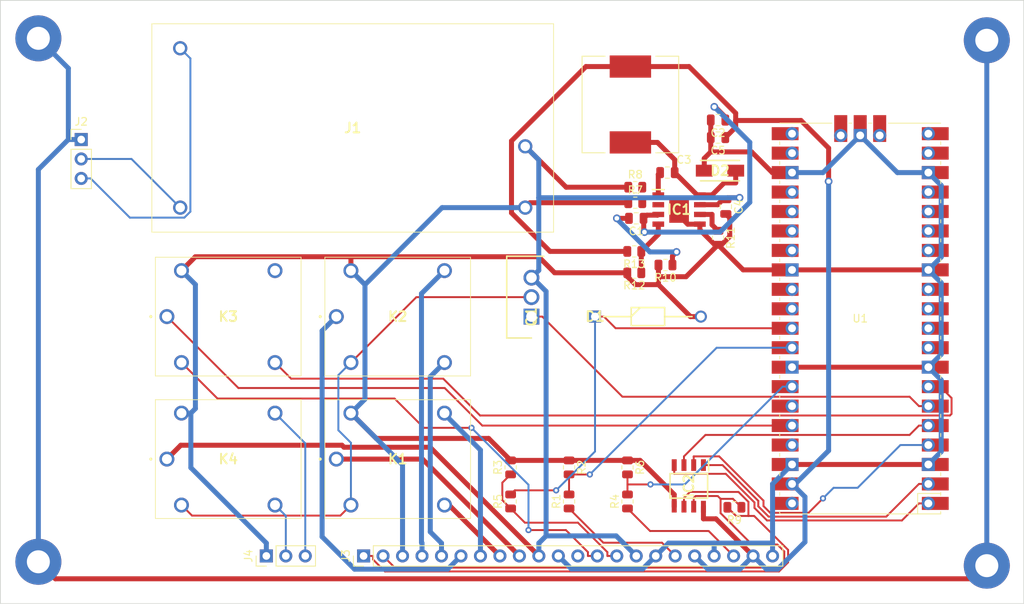
<source format=kicad_pcb>
(kicad_pcb (version 20211014) (generator pcbnew)
  (layers (0 "F.Cu" signal) (31 "B.Cu" signal) (34 "B.Paste" user) (35 "F.Paste" user) (36 "B.SilkS" user "B.Silkscreen") (37 "F.SilkS" user "F.Silkscreen") (38 "B.Mask" user) (39 "F.Mask" user) (44 "Edge.Cuts" user))
  (net 0 "")
  (net 1 "Net-(C1-Pad1)")
  (net 2 "Net-(C1-Pad2)")
  (net 3 "GND")
  (net 4 "Net-(C3-Pad1)")
  (net 5 "Net-(C3-Pad2)")
  (net 6 "24V")
  (net 7 "5V")
  (net 8 "COND")
  (net 9 "Net-(H1-Pad1)")
  (net 10 "Net-(IC1-Pad2)")
  (net 11 "Net-(IC1-Pad4)")
  (net 12 "Net-(IC1-Pad6)")
  (net 13 "RO")
  (net 14 "RE")
  (net 15 "DE")
  (net 16 "DI")
  (net 17 "A")
  (net 18 "B")
  (net 19 "L1")
  (net 20 "N")
  (net 21 "AlarmNC2")
  (net 22 "AlarmNO2")
  (net 23 "AlarmC2")
  (net 24 "AlarmNC1")
  (net 25 "AlarmNO1")
  (net 26 "AlarmC1")
  (net 27 "ZDSENSE")
  (net 28 "4-20mA input")
  (net 29 "PressureOUT")
  (net 30 "PressureIN")
  (net 31 "G")
  (net 32 "R")
  (net 33 "Net-(K1-Pad2)")
  (net 34 "3v3")
  (net 35 "ZD")
  (net 37 "ALARM")
  (net 38 "PSin")
  (net 39 "PSout")
  (footprint "Resistor_SMD:R_0805_2012Metric" (layer "F.Cu") (at 158.115 116.205 90)
    (fp_text reference "R3")
    (fp_text value "150")
  )
  (footprint "Capacitor_SMD:C_0805_2012Metric" (layer "F.Cu") (at 185.166 70.866 180)
    (fp_text reference "C2")
    (fp_text value "NS")
  )
  (footprint "MountingHole:MountingHole_3mm_Pad" (layer "F.Cu") (at 96.52 128.524)
    (fp_text reference "H3" hide)
    (fp_text value "PE")
  )
  (footprint "SamacSys_Parts:SOIC127P600X175-8N" (layer "F.Cu") (at 181.356 118.618 -90)
    (fp_text reference "IC2")
    (fp_text value "MAX485CSA+T" hide)
  )
  (footprint "Resistor_SMD:R_0805_2012Metric" (layer "F.Cu") (at 174.244 90.805 180)
    (fp_text reference "R12")
    (fp_text value "40.2k")
  )
  (footprint "SamacSys_Parts:833H1CC24VDC" (layer "F.Cu") (at 113.285 115.12)
    (fp_text reference "K4")
    (fp_text value "833H-1C-C-24VDC" hide)
  )
  (footprint "Resistor_SMD:R_0805_2012Metric" (layer "F.Cu") (at 173.355 116.205 -90)
    (fp_text reference "R6")
    (fp_text value "2k")
  )
  (footprint "Resistor_SMD:R_0805_2012Metric" (layer "F.Cu") (at 165.735 120.65 90)
    (fp_text reference "R1")
    (fp_text value "1k")
  )
  (footprint "Capacitor_SMD:C_0805_2012Metric" (layer "F.Cu") (at 186.182 82.169 -90)
    (fp_text reference "C4")
    (fp_text value "10uF")
  )
  (footprint "SamacSys_Parts:SOIC127P600X170-9N" (layer "F.Cu") (at 180.086 82.55)
    (fp_text reference "IC1")
    (fp_text value "MP4462DN-Z-LF" hide)
  )
  (footprint "SamacSys_Parts:DIONM5127X229N" (layer "F.Cu") (at 185.42 77.47 180)
    (fp_text reference "D2")
    (fp_text value "lowfd" hide)
  )
  (footprint "SamacSys_Parts:DIOAD1380W86L436D236" (layer "F.Cu") (at 169.1225 96.52)
    (fp_text reference "D1")
    (fp_text value "1N4733A" hide)
  )
  (footprint "Resistor_SMD:R_0805_2012Metric" (layer "F.Cu") (at 178.308 89.789 180)
    (fp_text reference "R10")
    (fp_text value "100K")
  )
  (footprint "MountingHole:MountingHole_3mm_Pad" (layer "F.Cu") (at 220.218 60.452)
    (fp_text reference "H4" hide)
    (fp_text value "PE")
  )
  (footprint "Resistor_SMD:R_0805_2012Metric" (layer "F.Cu") (at 185.166 86.233 -90)
    (fp_text reference "R11")
    (fp_text value "200k")
  )
  (footprint "SamacSys_Parts:833H1CC24VDC" (layer "F.Cu") (at 135.385 115.12)
    (fp_text reference "K1")
    (fp_text value "833H-1C-C-24VDC" hide)
  )
  (footprint "Resistor_SMD:R_0805_2012Metric" (layer "F.Cu") (at 187.3015 121.412 180)
    (fp_text reference "R9")
    (fp_text value "120")
  )
  (footprint "Connector_PinHeader_2.54mm:PinHeader_1x03_P2.54mm_Vertical" (layer "F.Cu") (at 126.253 127.762 90)
    (fp_text reference "J4")
    (fp_text value "LED" hide)
  )
  (footprint "Capacitor_SMD:C_0805_2012Metric" (layer "F.Cu") (at 178.562 77.724)
    (fp_text reference "C3")
    (fp_text value "100nF")
  )
  (footprint "Resistor_SMD:R_0805_2012Metric" (layer "F.Cu") (at 165.735 116.205 -90)
    (fp_text reference "R2")
    (fp_text value "2k")
  )
  (footprint "Capacitor_SMD:C_0805_2012Metric" (layer "F.Cu") (at 185.166 73.152 180)
    (fp_text reference "C5")
    (fp_text value "22uF")
  )
  (footprint "Connector_PinHeader_2.54mm:PinHeader_1x22_P2.54mm_Vertical" (layer "F.Cu") (at 138.938 127.762 90)
    (fp_text reference "J3")
    (fp_text value "Connections" hide)
  )
  (footprint "Resistor_SMD:R_0805_2012Metric" (layer "F.Cu") (at 174.244 88.011 180)
    (fp_text reference "R13")
    (fp_text value "210k")
  )
  (footprint "SamacSys_Parts:833H1CC24VDC" (layer "F.Cu") (at 113.285 96.52)
    (fp_text reference "K3")
    (fp_text value "833H-1C-C-24VDC" hide)
  )
  (footprint "MountingHole:MountingHole_3mm_Pad" (layer "F.Cu") (at 96.52 60.198)
    (fp_text reference "H1" hide)
    (fp_text value "PE")
  )
  (footprint "MCU_RaspberryPi_and_Boards:RPi_Pico_SMD_TH" (layer "F.Cu") (at 203.708 96.774 180)
    (fp_text reference "U1")
    (fp_text value "Pico")
  )
  (footprint "SamacSys_Parts:833H1CC24VDC" (layer "F.Cu") (at 135.385 96.52)
    (fp_text reference "K2")
    (fp_text value "833H-1C-C-24VDC" hide)
  )
  (footprint "Capacitor_SMD:C_0805_2012Metric" (layer "F.Cu") (at 174.498 83.693 180)
    (fp_text reference "C1")
    (fp_text value "150pF")
  )
  (footprint "Resistor_SMD:R_0805_2012Metric" (layer "F.Cu") (at 174.371 79.629)
    (fp_text reference "R8")
    (fp_text value "100K")
  )
  (footprint "Connector_PinHeader_2.54mm:PinHeader_1x03_P2.54mm_Vertical" (layer "F.Cu") (at 102.108 73.406)
    (fp_text reference "J2")
    (fp_text value "Power" hide)
  )
  (footprint "SamacSys_Parts:MPM1524" (layer "F.Cu") (at 160.02 74.295 180)
    (fp_text reference "J1")
    (fp_text value "MPM-15-24" hide)
  )
  (footprint "SamacSys_Parts:TO254P483X1016X1994-3P" (layer "F.Cu") (at 160.83 96.52 90)
    (fp_text reference "Q1")
    (fp_text value "IRLB8721PBF" hide)
  )
  (footprint "Resistor_SMD:R_0805_2012Metric" (layer "F.Cu") (at 173.355 120.65 90)
    (fp_text reference "R4")
    (fp_text value "1k")
  )
  (footprint "MountingHole:MountingHole_3mm_Pad" (layer "F.Cu") (at 220.218 129.032)
    (fp_text reference "H2" hide)
    (fp_text value "PE")
  )
  (footprint "Resistor_SMD:R_0805_2012Metric" (layer "F.Cu") (at 174.371 81.661)
    (fp_text reference "R7")
    (fp_text value "17.4k")
  )
  (footprint "Resistor_SMD:R_0805_2012Metric" (layer "F.Cu") (at 158.115 120.65 90)
    (fp_text reference "R5")
    (fp_text value "100")
  )
  (footprint "Inductor_SMD:L_12x12mm_H4.5mm" (layer "F.Cu") (at 173.736 68.834 90)
    (fp_text reference "L1" hide)
    (fp_text value "22uH")
  )
  (gr_rect (start 91.567 55.245) (end 225.044 133.985) (layer "Edge.Cuts") (width 0.1) (fill none))
  (segment (start 177.374 83.185) (end 177.2792 83.2798) (width 0.65) (layer "F.Cu") (net 1))
  (segment (start 186.116 70.4749) (end 184.779 69.1379) (width 0.65) (layer "F.Cu") (net 1))
  (segment (start 186.116 70.866) (end 186.116 70.4749) (width 0.65) (layer "F.Cu") (net 1))
  (segment (start 175.8852 83.2798) (end 175.472 83.693) (width 0.65) (layer "F.Cu") (net 1))
  (segment (start 175.472 83.693) (end 175.448 83.693) (width 0.65) (layer "F.Cu") (net 1))
  (segment (start 175.472 83.693) (end 175.472 85.398) (width 0.65) (layer "F.Cu") (net 1))
  (segment (start 177.2792 83.2798) (end 175.8852 83.2798) (width 0.65) (layer "F.Cu") (net 1))
  (segment (start 175.472 85.398) (end 175.5659 85.4919) (width 0.65) (layer "F.Cu") (net 1))
  (segment (start 184.779 69.1379) (end 184.68 69.1379) (width 0.65) (layer "F.Cu") (net 1))
  (via (at 184.68 69.1379) (size 1) (drill 0.6) (layers "F.Cu" "B.Cu") (net 1))
  (via (at 175.5659 85.4919) (size 1) (drill 0.6) (layers "F.Cu" "B.Cu") (net 1))
  (segment (start 189.3061 73.764) (end 184.68 69.1379) (width 0.65) (layer "B.Cu") (net 1))
  (segment (start 185.4175 85.4919) (end 189.3061 81.6033) (width 0.65) (layer "B.Cu") (net 1))
  (segment (start 175.5659 85.4919) (end 185.4175 85.4919) (width 0.65) (layer "B.Cu") (net 1))
  (segment (start 189.3061 81.6033) (end 189.3061 73.764) (width 0.65) (layer "B.Cu") (net 1))
  (segment (start 179.7529 88.0819) (end 179.2205 88.6143) (width 0.65) (layer "F.Cu") (net 2))
  (segment (start 179.2205 88.6143) (end 179.2205 89.789) (width 0.65) (layer "F.Cu") (net 2))
  (segment (start 173.548 83.693) (end 171.9694 83.693) (width 0.65) (layer "F.Cu") (net 2))
  (via (at 171.9694 83.693) (size 1) (drill 0.6) (layers "F.Cu" "B.Cu") (net 2))
  (via (at 179.7529 88.0819) (size 1) (drill 0.6) (layers "F.Cu" "B.Cu") (net 2))
  (segment (start 176.2758 88.0818) (end 171.9694 83.7754) (width 0.65) (layer "B.Cu") (net 2))
  (segment (start 179.7529 88.0818) (end 176.2758 88.0818) (width 0.65) (layer "B.Cu") (net 2))
  (segment (start 171.9694 83.7754) (end 171.9694 83.693) (width 0.65) (layer "B.Cu") (net 2))
  (segment (start 179.7529 88.0819) (end 179.7529 88.0818) (width 0.65) (layer "B.Cu") (net 2))
  (segment (start 189.5433 75.0239) (end 184.216 75.0239) (width 0.65) (layer "F.Cu") (net 3))
  (segment (start 173.355 115.2925) (end 165.735 115.2925) (width 0.65) (layer "F.Cu") (net 3))
  (segment (start 192.2434 77.724) (end 189.5433 75.0239) (width 0.65) (layer "F.Cu") (net 3))
  (segment (start 173.3315 91.2822) (end 173.3315 90.805) (width 0.65) (layer "F.Cu") (net 3))
  (segment (start 165.735 115.2925) (end 158.115 115.2925) (width 0.65) (layer "F.Cu") (net 3))
  (segment (start 184.7451 87.1455) (end 182.798 85.1984) (width 0.65) (layer "F.Cu") (net 3))
  (segment (start 177.3955 89.789) (end 177.3955 91.3152) (width 0.65) (layer "F.Cu") (net 3))
  (segment (start 180.086 82.55) (end 180.086 83.3306) (width 0.65) (layer "F.Cu") (net 3))
  (segment (start 163.8609 90.805) (end 173.3315 90.805) (width 0.65) (layer "F.Cu") (net 3))
  (segment (start 184.216 73.152) (end 184.216 70.866) (width 0.65) (layer "F.Cu") (net 3))
  (segment (start 183.37 77.47) (end 183.37 75.8699) (width 0.65) (layer "F.Cu") (net 3))
  (segment (start 179.451 119.7424) (end 175.0011 115.2925) (width 0.65) (layer "F.Cu") (net 3))
  (segment (start 212.598 90.424) (end 194.818 90.424) (width 0.65) (layer "F.Cu") (net 3))
  (segment (start 185.166 87.1455) (end 184.7451 87.1455) (width 0.65) (layer "F.Cu") (net 3))
  (segment (start 185.166 87.1455) (end 180.9963 91.3152) (width 0.65) (layer "F.Cu") (net 3))
  (segment (start 186.182 83.119) (end 186.697 83.634) (width 0.65) (layer "F.Cu") (net 3))
  (segment (start 155.2477 112.4252) (end 158.115 115.2925) (width 0.65) (layer "F.Cu") (net 3))
  (segment (start 180.086 83.3306) (end 181.2104 84.455) (width 0.65) (layer "F.Cu") (net 3))
  (segment (start 175.0011 115.2925) (end 173.355 115.2925) (width 0.65) (layer "F.Cu") (net 3))
  (segment (start 183.37 75.8699) (end 184.216 75.0239) (width 0.65) (layer "F.Cu") (net 3))
  (segment (start 160.654 81.661) (end 160.02 82.295) (width 0.65) (layer "F.Cu") (net 3))
  (segment (start 115.185 90.52) (end 116.9977 88.7073) (width 0.65) (layer "F.Cu") (net 3))
  (segment (start 173.4585 81.661) (end 160.654 81.661) (width 0.65) (layer "F.Cu") (net 3))
  (segment (start 180.9963 91.3152) (end 177.3955 91.3152) (width 0.65) (layer "F.Cu") (net 3))
  (segment (start 137.285 109.12) (end 140.5902 112.4252) (width 0.65) (layer "F.Cu") (net 3))
  (segment (start 177.3955 92.3478) (end 181.5677 96.52) (width 0.65) (layer "F.Cu") (net 3))
  (segment (start 140.5902 112.4252) (end 155.2477 112.4252) (width 0.65) (layer "F.Cu") (net 3))
  (segment (start 186.697 83.634) (end 186.697 86.0602) (width 0.65) (layer "F.Cu") (net 3))
  (segment (start 181.5677 96.52) (end 182.9225 96.52) (width 0.65) (layer "F.Cu") (net 3))
  (segment (start 182.798 85.1984) (end 182.798 84.455) (width 0.65) (layer "F.Cu") (net 3))
  (segment (start 185.6117 87.1455) (end 185.166 87.1455) (width 0.65) (layer "F.Cu") (net 3))
  (segment (start 212.598 115.824) (end 194.818 115.824) (width 0.65) (layer "F.Cu") (net 3))
  (segment (start 179.451 121.33) (end 179.451 119.7424) (width 0.65) (layer "F.Cu") (net 3))
  (segment (start 174.3971 92.3478) (end 173.3315 91.2822) (width 0.65) (layer "F.Cu") (net 3))
  (segment (start 177.3955 92.3478) (end 174.3971 92.3478) (width 0.65) (layer "F.Cu") (net 3))
  (segment (start 184.216 75.0239) (end 184.216 73.152) (width 0.65) (layer "F.Cu") (net 3))
  (segment (start 177.3955 91.3152) (end 177.3955 92.3478) (width 0.65) (layer "F.Cu") (net 3))
  (segment (start 161.7632 88.7073) (end 163.8609 90.805) (width 0.65) (layer "F.Cu") (net 3))
  (segment (start 212.598 103.124) (end 194.818 103.124) (width 0.65) (layer "F.Cu") (net 3))
  (segment (start 137.285 88.7073) (end 161.7632 88.7073) (width 0.65) (layer "F.Cu") (net 3))
  (segment (start 116.9977 88.7073) (end 137.285 88.7073) (width 0.65) (layer "F.Cu") (net 3))
  (segment (start 182.798 84.455) (end 181.2104 84.455) (width 0.65) (layer "F.Cu") (net 3))
  (segment (start 137.285 90.52) (end 137.285 88.7073) (width 0.65) (layer "F.Cu") (net 3))
  (segment (start 186.697 86.0602) (end 185.6117 87.1455) (width 0.65) (layer "F.Cu") (net 3))
  (segment (start 194.818 90.424) (end 188.4445 90.424) (width 0.65) (layer "F.Cu") (net 3))
  (segment (start 194.818 77.724) (end 192.2434 77.724) (width 0.65) (layer "F.Cu") (net 3))
  (segment (start 188.4445 90.424) (end 185.166 87.1455) (width 0.65) (layer "F.Cu") (net 3))
  (segment (start 149.1756 82.295) (end 160.02 82.295) (width 0.65) (layer "B.Cu") (net 3))
  (segment (start 214.2732 88.7488) (end 212.598 90.424) (width 0.65) (layer "B.Cu") (net 3))
  (segment (start 164.338 127.762) (end 166.0442 129.4682) (width 0.65) (layer "B.Cu") (net 3))
  (segment (start 194.818 77.724) (end 198.858 77.724) (width 0.65) (layer "B.Cu") (net 3))
  (segment (start 214.2732 79.3992) (end 214.2732 88.7488) (width 0.65) (layer "B.Cu") (net 3))
  (segment (start 116.41 116.2439) (end 116.41 109.12) (width 0.65) (layer "B.Cu") (net 3))
  (segment (start 117.0013 108.5287) (end 117.0013 92.3363) (width 0.65) (layer "B.Cu") (net 3))
  (segment (start 126.253 127.762) (end 126.253 126.0869) (width 0.65) (layer "B.Cu") (net 3))
  (segment (start 116.41 109.12) (end 117.0013 108.5287) (width 0.65) (layer "B.Cu") (net 3))
  (segment (start 203.708 72.874) (end 208.558 77.724) (width 0.65) (layer "B.Cu") (net 3))
  (segment (start 139.1178 92.3528) (end 139.1178 107.2872) (width 0.65) (layer "B.Cu") (net 3))
  (segment (start 184.658 126.0869) (end 178.7131 126.0869) (width 0.65) (layer "B.Cu") (net 3))
  (segment (start 198.858 77.724) (end 203.708 72.874) (width 0.65) (layer "B.Cu") (net 3))
  (segment (start 214.2743 101.4477) (end 214.2743 92.1003) (width 0.65) (layer "B.Cu") (net 3))
  (segment (start 214.2732 104.7992) (end 212.598 103.124) (width 0.65) (layer "B.Cu") (net 3))
  (segment (start 116.41 109.12) (end 115.185 109.12) (width 0.65) (layer "B.Cu") (net 3))
  (segment (start 126.253 126.0869) (end 116.41 116.2439) (width 0.65) (layer "B.Cu") (net 3))
  (segment (start 214.2743 92.1003) (end 212.598 90.424) (width 0.65) (layer "B.Cu") (net 3))
  (segment (start 144.018 115.853) (end 137.285 109.12) (width 0.65) (layer "B.Cu") (net 3))
  (segment (start 139.1178 107.2872) (end 137.285 109.12) (width 0.65) (layer "B.Cu") (net 3))
  (segment (start 192.278 118.364) (end 192.278 126.0869) (width 0.65) (layer "B.Cu") (net 3))
  (segment (start 192.278 126.0869) (end 192.278 127.762) (width 0.65) (layer "B.Cu") (net 3))
  (segment (start 117.0013 92.3363) (end 115.185 90.52) (width 0.65) (layer "B.Cu") (net 3))
  (segment (start 212.598 115.824) (end 214.2732 114.1488) (width 0.65) (layer "B.Cu") (net 3))
  (segment (start 194.818 115.824) (end 192.278 118.364) (width 0.65) (layer "B.Cu") (net 3))
  (segment (start 178.7131 126.0869) (end 177.038 127.762) (width 0.65) (layer "B.Cu") (net 3))
  (segment (start 212.598 103.124) (end 214.2743 101.4477) (width 0.65) (layer "B.Cu") (net 3))
  (segment (start 184.658 127.762) (end 184.658 126.0869) (width 0.65) (layer "B.Cu") (net 3))
  (segment (start 208.558 77.724) (end 212.598 77.724) (width 0.65) (layer "B.Cu") (net 3))
  (segment (start 139.1178 92.3528) (end 149.1756 82.295) (width 0.65) (layer "B.Cu") (net 3))
  (segment (start 214.2732 114.1488) (end 214.2732 104.7992) (width 0.65) (layer "B.Cu") (net 3))
  (segment (start 175.3318 129.4682) (end 177.038 127.762) (width 0.65) (layer "B.Cu") (net 3))
  (segment (start 192.278 126.0869) (end 184.658 126.0869) (width 0.65) (layer "B.Cu") (net 3))
  (segment (start 144.018 127.762) (end 144.018 115.853) (width 0.65) (layer "B.Cu") (net 3))
  (segment (start 137.285 90.52) (end 139.1178 92.3528) (width 0.65) (layer "B.Cu") (net 3))
  (segment (start 212.598 77.724) (end 214.2732 79.3992) (width 0.65) (layer "B.Cu") (net 3))
  (segment (start 166.0442 129.4682) (end 175.3318 129.4682) (width 0.65) (layer "B.Cu") (net 3))
  (segment (start 177.374 77.962) (end 177.374 80.645) (width 0.65) (layer "F.Cu") (net 4))
  (segment (start 177.612 77.724) (end 177.374 77.962) (width 0.65) (layer "F.Cu") (net 4))
  (segment (start 179.512 76.0349) (end 179.512 77.724) (width 0.65) (layer "F.Cu") (net 5))
  (segment (start 177.2611 73.784) (end 179.512 76.0349) (width 0.65) (layer "F.Cu") (net 5))
  (segment (start 182.433 80.645) (end 182.798 80.645) (width 0.65) (layer "F.Cu") (net 5))
  (segment (start 173.736 73.784) (end 177.2611 73.784) (width 0.65) (layer "F.Cu") (net 5))
  (segment (start 182.798 80.645) (end 184.3856 80.645) (width 0.65) (layer "F.Cu") (net 5))
  (segment (start 187.47 79.0701) (end 185.9605 79.0701) (width 0.65) (layer "F.Cu") (net 5))
  (segment (start 185.9605 79.0701) (end 184.3856 80.645) (width 0.65) (layer "F.Cu") (net 5))
  (segment (start 179.512 77.724) (end 182.433 80.645) (width 0.65) (layer "F.Cu") (net 5))
  (segment (start 187.47 77.47) (end 187.47 79.0701) (width 0.65) (layer "F.Cu") (net 5))
  (segment (start 186.3945 81.0065) (end 186.182 81.219) (width 0.65) (layer "F.Cu") (net 6))
  (segment (start 136.1228 113.3118) (end 136.3864 113.5754) (width 0.65) (layer "F.Cu") (net 6))
  (segment (start 160.02 74.295) (end 165.354 79.629) (width 0.65) (layer "F.Cu") (net 6))
  (segment (start 186.182 81.219) (end 185.8178 81.219) (width 0.65) (layer "F.Cu") (net 6))
  (segment (start 185.1218 81.915) (end 182.798 81.915) (width 0.65) (layer "F.Cu") (net 6))
  (segment (start 147.6114 113.5754) (end 161.798 127.762) (width 0.65) (layer "F.Cu") (net 6))
  (segment (start 113.285 115.12) (end 115.0932 113.3118) (width 0.65) (layer "F.Cu") (net 6))
  (segment (start 165.354 79.629) (end 173.4585 79.629) (width 0.65) (layer "F.Cu") (net 6))
  (segment (start 187.9702 81.0065) (end 186.3945 81.0065) (width 0.65) (layer "F.Cu") (net 6))
  (segment (start 136.3864 113.5754) (end 147.6114 113.5754) (width 0.65) (layer "F.Cu") (net 6))
  (segment (start 115.0932 113.3118) (end 136.1228 113.3118) (width 0.65) (layer "F.Cu") (net 6))
  (segment (start 185.8178 81.219) (end 185.1218 81.915) (width 0.65) (layer "F.Cu") (net 6))
  (via (at 187.9702 81.0065) (size 1) (drill 0.6) (layers "F.Cu" "B.Cu") (net 6))
  (segment (start 171.8811 125.1451) (end 162.7398 125.1451) (width 0.65) (layer "B.Cu") (net 6))
  (segment (start 161.7853 76.0603) (end 160.02 74.295) (width 0.65) (layer "B.Cu") (net 6))
  (segment (start 162.7398 125.1451) (end 161.798 126.0869) (width 0.65) (layer "B.Cu") (net 6))
  (segment (start 161.7853 90.4847) (end 161.7853 81.0065) (width 0.65) (layer "B.Cu") (net 6))
  (segment (start 162.7398 93.2304) (end 162.7398 125.1451) (width 0.65) (layer "B.Cu") (net 6))
  (segment (start 161.7853 81.0065) (end 161.7853 76.0603) (width 0.65) (layer "B.Cu") (net 6))
  (segment (start 160.8897 91.3803) (end 161.7853 90.4847) (width 0.65) (layer "B.Cu") (net 6))
  (segment (start 161.7853 81.0065) (end 187.9702 81.0065) (width 0.65) (layer "B.Cu") (net 6))
  (segment (start 160.8897 91.3803) (end 162.7398 93.2304) (width 0.65) (layer "B.Cu") (net 6))
  (segment (start 174.498 127.762) (end 171.8811 125.1451) (width 0.65) (layer "B.Cu") (net 6))
  (segment (start 160.8897 91.3803) (end 160.83 91.44) (width 0.65) (layer "B.Cu") (net 6))
  (segment (start 161.798 127.762) (end 161.798 126.0869) (width 0.65) (layer "B.Cu") (net 6))
  (segment (start 189.738 127.762) (end 184.8936 122.9176) (width 0.65) (layer "F.Cu") (net 7))
  (segment (start 183.261 121.33) (end 183.261 122.9176) (width 0.65) (layer "F.Cu") (net 7))
  (segment (start 195.9869 70.925) (end 199.5888 74.5269) (width 0.65) (layer "F.Cu") (net 7))
  (segment (start 184.8936 122.9176) (end 183.261 122.9176) (width 0.65) (layer "F.Cu") (net 7))
  (segment (start 173.736 63.884) (end 181.3864 63.884) (width 0.65) (layer "F.Cu") (net 7))
  (segment (start 167.9358 63.884) (end 158.2279 73.5919) (width 0.65) (layer "F.Cu") (net 7))
  (segment (start 187.4658 69.9634) (end 187.4658 70.925) (width 0.65) (layer "F.Cu") (net 7))
  (segment (start 158.2279 82.9861) (end 163.2528 88.011) (width 0.65) (layer "F.Cu") (net 7))
  (segment (start 173.736 63.884) (end 167.9358 63.884) (width 0.65) (layer "F.Cu") (net 7))
  (segment (start 187.4658 70.925) (end 195.9869 70.925) (width 0.65) (layer "F.Cu") (net 7))
  (segment (start 163.2528 88.011) (end 173.3315 88.011) (width 0.65) (layer "F.Cu") (net 7))
  (segment (start 158.2279 73.5919) (end 158.2279 82.9861) (width 0.65) (layer "F.Cu") (net 7))
  (segment (start 181.3864 63.884) (end 187.4658 69.9634) (width 0.65) (layer "F.Cu") (net 7))
  (segment (start 199.5888 74.5269) (end 199.5888 78.8741) (width 0.65) (layer "F.Cu") (net 7))
  (segment (start 187.4658 71.8022) (end 186.116 73.152) (width 0.65) (layer "F.Cu") (net 7))
  (segment (start 187.4658 70.925) (end 187.4658 71.8022) (width 0.65) (layer "F.Cu") (net 7))
  (via (at 199.5888 78.8741) (size 1) (drill 0.6) (layers "F.Cu" "B.Cu") (net 7))
  (segment (start 191.465 129.489) (end 189.738 127.762) (width 0.65) (layer "B.Cu") (net 7))
  (segment (start 189.738 127.762) (end 188.0133 129.4867) (width 0.65) (layer "B.Cu") (net 7))
  (segment (start 196.5033 125.9434) (end 192.9577 129.489) (width 0.65) (layer "B.Cu") (net 7))
  (segment (start 195.0287 118.5746) (end 199.5888 114.0145) (width 0.65) (layer "B.Cu") (net 7))
  (segment (start 188.0133 129.4867) (end 183.8427 129.4867) (width 0.65) (layer "B.Cu") (net 7))
  (segment (start 199.5888 114.0145) (end 199.5888 78.8741) (width 0.65) (layer "B.Cu") (net 7))
  (segment (start 183.8427 129.4867) (end 182.118 127.762) (width 0.65) (layer "B.Cu") (net 7))
  (segment (start 194.818 118.364) (end 195.0287 118.5746) (width 0.65) (layer "B.Cu") (net 7))
  (segment (start 195.0287 118.5746) (end 196.5033 120.0493) (width 0.65) (layer "B.Cu") (net 7))
  (segment (start 192.9577 129.489) (end 191.465 129.489) (width 0.65) (layer "B.Cu") (net 7))
  (segment (start 196.5033 120.0493) (end 196.5033 125.9434) (width 0.65) (layer "B.Cu") (net 7))
  (segment (start 164.0494 119.2004) (end 158.6521 119.2004) (width 0.25) (layer "F.Cu") (net 8))
  (segment (start 194.818 98.044) (end 171.8091 98.044) (width 0.25) (layer "F.Cu") (net 8))
  (segment (start 169.1225 96.52) (end 170.2851 96.52) (width 0.25) (layer "F.Cu") (net 8))
  (segment (start 171.8091 98.044) (end 170.2851 96.52) (width 0.25) (layer "F.Cu") (net 8))
  (segment (start 158.6521 119.2004) (end 158.115 119.7375) (width 0.25) (layer "F.Cu") (net 8))
  (via (at 164.0494 119.2004) (size 0.8) (drill 0.4) (layers "F.Cu" "B.Cu") (net 8))
  (segment (start 169.1225 96.52) (end 169.1225 114.1273) (width 0.25) (layer "B.Cu") (net 8))
  (segment (start 169.1225 114.1273) (end 164.0494 119.2004) (width 0.25) (layer "B.Cu") (net 8))
  (segment (start 96.52 128.524) (end 98.7411 130.7451) (width 0.65) (layer "F.Cu") (net 9))
  (segment (start 98.7411 130.7451) (end 218.5049 130.7451) (width 0.65) (layer "F.Cu") (net 9))
  (segment (start 218.5049 130.7451) (end 220.218 129.032) (width 0.65) (layer "F.Cu") (net 9))
  (segment (start 220.218 129.032) (end 220.218 60.452) (width 0.65) (layer "B.Cu") (net 9))
  (segment (start 96.52 77.3189) (end 96.52 128.524) (width 0.65) (layer "B.Cu") (net 9))
  (segment (start 102.108 73.406) (end 100.4329 73.406) (width 0.65) (layer "B.Cu") (net 9))
  (segment (start 100.4329 64.1109) (end 96.52 60.198) (width 0.65) (layer "B.Cu") (net 9))
  (segment (start 100.4329 73.406) (end 96.52 77.3189) (width 0.65) (layer "B.Cu") (net 9))
  (segment (start 100.4329 73.406) (end 100.4329 64.1109) (width 0.65) (layer "B.Cu") (net 9))
  (segment (start 175.1565 88.011) (end 175.1565 90.805) (width 0.65) (layer "F.Cu") (net 11))
  (segment (start 177.374 85.7935) (end 177.374 84.455) (width 0.65) (layer "F.Cu") (net 11))
  (segment (start 175.1565 88.011) (end 177.374 85.7935) (width 0.65) (layer "F.Cu") (net 11))
  (segment (start 185.166 85.3205) (end 184.3856 84.5401) (width 0.65) (layer "F.Cu") (net 12))
  (segment (start 184.3856 84.5401) (end 184.3856 83.185) (width 0.65) (layer "F.Cu") (net 12))
  (segment (start 182.798 83.185) (end 184.3856 83.185) (width 0.65) (layer "F.Cu") (net 12))
  (segment (start 190.4172 120.578) (end 190.4172 121.2853) (width 0.25) (layer "F.Cu") (net 13))
  (segment (start 212.598 118.364) (end 211.3729 118.364) (width 0.25) (layer "F.Cu") (net 13))
  (segment (start 183.261 115.906) (end 185.7452 115.906) (width 0.25) (layer "F.Cu") (net 13))
  (segment (start 191.7612 122.6293) (end 207.1076 122.6293) (width 0.25) (layer "F.Cu") (net 13))
  (segment (start 190.4172 121.2853) (end 191.7612 122.6293) (width 0.25) (layer "F.Cu") (net 13))
  (segment (start 207.1076 122.6293) (end 211.3729 118.364) (width 0.25) (layer "F.Cu") (net 13))
  (segment (start 185.7452 115.906) (end 190.4172 120.578) (width 0.25) (layer "F.Cu") (net 13))
  (segment (start 191.0942 120.5476) (end 185.315 114.7684) (width 0.25) (layer "F.Cu") (net 14))
  (segment (start 191.9684 122.1292) (end 191.0942 121.255) (width 0.25) (layer "F.Cu") (net 14))
  (segment (start 185.315 114.7684) (end 181.991 114.7684) (width 0.25) (layer "F.Cu") (net 14))
  (segment (start 191.0942 121.255) (end 191.0942 120.5476) (width 0.25) (layer "F.Cu") (net 14))
  (segment (start 196.9729 122.1292) (end 191.9684 122.1292) (width 0.25) (layer "F.Cu") (net 14))
  (segment (start 181.991 115.906) (end 181.991 114.7684) (width 0.25) (layer "F.Cu") (net 14))
  (segment (start 198.853 120.2491) (end 196.9729 122.1292) (width 0.25) (layer "F.Cu") (net 14))
  (via (at 198.853 120.2491) (size 0.8) (drill 0.4) (layers "F.Cu" "B.Cu") (net 14))
  (segment (start 203.3681 118.8692) (end 200.2329 118.8692) (width 0.25) (layer "B.Cu") (net 14))
  (segment (start 200.2329 118.8692) (end 198.853 120.2491) (width 0.25) (layer "B.Cu") (net 14))
  (segment (start 212.598 113.284) (end 208.9533 113.284) (width 0.25) (layer "B.Cu") (net 14))
  (segment (start 208.9533 113.284) (end 203.3681 118.8692) (width 0.25) (layer "B.Cu") (net 14))
  (segment (start 210.1478 111.9691) (end 183.5203 111.9691) (width 0.25) (layer "F.Cu") (net 15))
  (segment (start 212.598 110.744) (end 211.3729 110.744) (width 0.25) (layer "F.Cu") (net 15))
  (segment (start 180.721 115.906) (end 180.721 114.7684) (width 0.25) (layer "F.Cu") (net 15))
  (segment (start 211.3729 110.744) (end 210.1478 111.9691) (width 0.25) (layer "F.Cu") (net 15))
  (segment (start 183.5203 111.9691) (end 180.721 114.7684) (width 0.25) (layer "F.Cu") (net 15))
  (segment (start 189.9171 121.4925) (end 191.554 123.1294) (width 0.25) (layer "F.Cu") (net 16))
  (segment (start 212.598 120.904) (end 211.3729 120.904) (width 0.25) (layer "F.Cu") (net 16))
  (segment (start 209.1475 123.1294) (end 211.3729 120.904) (width 0.25) (layer "F.Cu") (net 16))
  (segment (start 186.1754 117.0436) (end 189.9171 120.7853) (width 0.25) (layer "F.Cu") (net 16))
  (segment (start 191.554 123.1294) (end 209.1475 123.1294) (width 0.25) (layer "F.Cu") (net 16))
  (segment (start 189.9171 120.7853) (end 189.9171 121.4925) (width 0.25) (layer "F.Cu") (net 16))
  (segment (start 179.451 115.906) (end 179.451 117.0436) (width 0.25) (layer "F.Cu") (net 16))
  (segment (start 179.451 117.0436) (end 186.1754 117.0436) (width 0.25) (layer "F.Cu") (net 16))
  (segment (start 193.1199 129.7854) (end 141.7271 129.7854) (width 0.25) (layer "F.Cu") (net 17))
  (segment (start 181.505 119.4084) (end 187.8329 119.4084) (width 0.25) (layer "F.Cu") (net 17))
  (segment (start 189.1297 122.5411) (end 187.5181 122.5411) (width 0.25) (layer "F.Cu") (net 17))
  (segment (start 189.8736 122.5411) (end 194.3047 126.9722) (width 0.25) (layer "F.Cu") (net 17))
  (segment (start 141.7271 129.7854) (end 140.1631 128.2214) (width 0.25) (layer "F.Cu") (net 17))
  (segment (start 189.1297 122.5411) (end 189.8736 122.5411) (width 0.25) (layer "F.Cu") (net 17))
  (segment (start 140.1631 128.2214) (end 140.1631 127.762) (width 0.25) (layer "F.Cu") (net 17))
  (segment (start 187.5181 122.5411) (end 186.389 121.412) (width 0.25) (layer "F.Cu") (net 17))
  (segment (start 189.1297 120.7052) (end 189.1297 122.5411) (width 0.25) (layer "F.Cu") (net 17))
  (segment (start 180.721 120.1924) (end 181.505 119.4084) (width 0.25) (layer "F.Cu") (net 17))
  (segment (start 187.8329 119.4084) (end 189.1297 120.7052) (width 0.25) (layer "F.Cu") (net 17))
  (segment (start 138.938 127.762) (end 140.1631 127.762) (width 0.25) (layer "F.Cu") (net 17))
  (segment (start 194.3047 128.6006) (end 193.1199 129.7854) (width 0.25) (layer "F.Cu") (net 17))
  (segment (start 194.3047 126.9722) (end 194.3047 128.6006) (width 0.25) (layer "F.Cu") (net 17))
  (segment (start 180.721 121.33) (end 180.721 120.1924) (width 0.25) (layer "F.Cu") (net 17))
  (segment (start 187.1117 120.3097) (end 185.4981 120.3097) (width 0.25) (layer "F.Cu") (net 18))
  (segment (start 188.214 121.412) (end 187.1117 120.3097) (width 0.25) (layer "F.Cu") (net 18))
  (segment (start 182.2411 119.9423) (end 181.991 120.1924) (width 0.25) (layer "F.Cu") (net 18))
  (segment (start 143.0013 129.2853) (end 141.478 127.762) (width 0.25) (layer "F.Cu") (net 18))
  (segment (start 181.991 121.33) (end 181.991 120.1924) (width 0.25) (layer "F.Cu") (net 18))
  (segment (start 185.1307 119.9423) (end 182.2411 119.9423) (width 0.25) (layer "F.Cu") (net 18))
  (segment (start 192.9127 129.2853) (end 143.0013 129.2853) (width 0.25) (layer "F.Cu") (net 18))
  (segment (start 185.4981 120.3097) (end 185.1307 119.9423) (width 0.25) (layer "F.Cu") (net 18))
  (segment (start 189.5913 126.2716) (end 192.8968 126.2716) (width 0.25) (layer "F.Cu") (net 18))
  (segment (start 193.8046 127.1794) (end 193.8046 128.3934) (width 0.25) (layer "F.Cu") (net 18))
  (segment (start 193.8046 128.3934) (end 192.9127 129.2853) (width 0.25) (layer "F.Cu") (net 18))
  (segment (start 185.4981 120.3097) (end 185.4981 122.1784) (width 0.25) (layer "F.Cu") (net 18))
  (segment (start 192.8968 126.2716) (end 193.8046 127.1794) (width 0.25) (layer "F.Cu") (net 18))
  (segment (start 185.4981 122.1784) (end 189.5913 126.2716) (width 0.25) (layer "F.Cu") (net 18))
  (segment (start 115.02 61.495) (end 116.3486 62.8236) (width 0.25) (layer "B.Cu") (net 19))
  (segment (start 115.5632 83.6008) (end 108.4479 83.6008) (width 0.25) (layer "B.Cu") (net 19))
  (segment (start 116.3486 62.8236) (end 116.3486 82.8154) (width 0.25) (layer "B.Cu") (net 19))
  (segment (start 102.108 78.486) (end 103.3331 78.486) (width 0.25) (layer "B.Cu") (net 19))
  (segment (start 116.3486 82.8154) (end 115.5632 83.6008) (width 0.25) (layer "B.Cu") (net 19))
  (segment (start 108.4479 83.6008) (end 103.3331 78.486) (width 0.25) (layer "B.Cu") (net 19))
  (segment (start 108.671 75.946) (end 102.108 75.946) (width 0.25) (layer "B.Cu") (net 20))
  (segment (start 115.02 82.295) (end 108.671 75.946) (width 0.25) (layer "B.Cu") (net 20))
  (segment (start 149.485 90.52) (end 146.4861 93.5189) (width 0.65) (layer "B.Cu") (net 21))
  (segment (start 146.4861 126.015) (end 146.558 126.0869) (width 0.65) (layer "B.Cu") (net 21))
  (segment (start 146.558 127.762) (end 146.558 126.0869) (width 0.65) (layer "B.Cu") (net 21))
  (segment (start 146.4861 93.5189) (end 146.4861 126.015) (width 0.65) (layer "B.Cu") (net 21))
  (segment (start 147.6364 104.3686) (end 147.6364 124.6253) (width 0.65) (layer "B.Cu") (net 22))
  (segment (start 149.485 102.52) (end 147.6364 104.3686) (width 0.65) (layer "B.Cu") (net 22))
  (segment (start 149.098 127.762) (end 149.098 126.0869) (width 0.65) (layer "B.Cu") (net 22))
  (segment (start 147.6364 124.6253) (end 149.098 126.0869) (width 0.65) (layer "B.Cu") (net 22))
  (segment (start 133.5281 98.3769) (end 133.5281 125.2616) (width 0.65) (layer "B.Cu") (net 23))
  (segment (start 149.9092 129.4908) (end 151.638 127.762) (width 0.65) (layer "B.Cu") (net 23))
  (segment (start 133.5281 125.2616) (end 137.7573 129.4908) (width 0.65) (layer "B.Cu") (net 23))
  (segment (start 135.385 96.52) (end 133.5281 98.3769) (width 0.65) (layer "B.Cu") (net 23))
  (segment (start 137.7573 129.4908) (end 149.9092 129.4908) (width 0.65) (layer "B.Cu") (net 23))
  (segment (start 149.485 109.12) (end 149.485 109.2437) (width 0.65) (layer "B.Cu") (net 24))
  (segment (start 154.178 113.9367) (end 154.178 127.762) (width 0.65) (layer "B.Cu") (net 24))
  (segment (start 149.485 109.2437) (end 154.178 113.9367) (width 0.65) (layer "B.Cu") (net 24))
  (segment (start 149.485 121.12) (end 150.076 121.12) (width 0.65) (layer "F.Cu") (net 25))
  (segment (start 150.076 121.12) (end 156.718 127.762) (width 0.65) (layer "F.Cu") (net 25))
  (segment (start 135.385 115.12) (end 146.616 115.12) (width 0.65) (layer "F.Cu") (net 26))
  (segment (start 146.616 115.12) (end 159.258 127.762) (width 0.65) (layer "F.Cu") (net 26))
  (segment (start 146.7948 111.0394) (end 153.0131 111.0394) (width 0.25) (layer "F.Cu") (net 27))
  (segment (start 160.4439 124.3859) (end 165.3245 124.3859) (width 0.25) (layer "F.Cu") (net 27))
  (segment (start 169.418 127.762) (end 168.1929 127.762) (width 0.25) (layer "F.Cu") (net 27))
  (segment (start 119.8797 107.2147) (end 142.9701 107.2147) (width 0.25) (layer "F.Cu") (net 27))
  (segment (start 115.185 102.52) (end 119.8797 107.2147) (width 0.25) (layer "F.Cu") (net 27))
  (segment (start 168.1929 127.2543) (end 168.1929 127.762) (width 0.25) (layer "F.Cu") (net 27))
  (segment (start 142.9701 107.2147) (end 146.7948 111.0394) (width 0.25) (layer "F.Cu") (net 27))
  (segment (start 165.3245 124.3859) (end 168.1929 127.2543) (width 0.25) (layer "F.Cu") (net 27))
  (via (at 153.0131 111.0394) (size 0.8) (drill 0.4) (layers "F.Cu" "B.Cu") (net 27))
  (via (at 160.4439 124.3859) (size 0.8) (drill 0.4) (layers "F.Cu" "B.Cu") (net 27))
  (segment (start 160.4439 118.4702) (end 160.4439 124.3859) (width 0.25) (layer "B.Cu") (net 27))
  (segment (start 153.0131 111.0394) (end 160.4439 118.4702) (width 0.25) (layer "B.Cu") (net 27))
  (segment (start 157.0329 120.4804) (end 157.0329 118.1996) (width 0.25) (layer "F.Cu") (net 28))
  (segment (start 170.7329 127.2678) (end 166.8862 123.4211) (width 0.25) (layer "F.Cu") (net 28))
  (segment (start 159.9736 123.4211) (end 158.115 121.5625) (width 0.25) (layer "F.Cu") (net 28))
  (segment (start 157.0329 118.1996) (end 158.115 117.1175) (width 0.25) (layer "F.Cu") (net 28))
  (segment (start 170.7329 127.762) (end 170.7329 127.2678) (width 0.25) (layer "F.Cu") (net 28))
  (segment (start 166.8862 123.4211) (end 159.9736 123.4211) (width 0.25) (layer "F.Cu") (net 28))
  (segment (start 158.115 121.5625) (end 157.0329 120.4804) (width 0.25) (layer "F.Cu") (net 28))
  (segment (start 171.958 127.762) (end 170.7329 127.762) (width 0.25) (layer "F.Cu") (net 28))
  (segment (start 173.355 121.5625) (end 176.2984 124.5059) (width 0.25) (layer "F.Cu") (net 29))
  (segment (start 176.2984 124.5059) (end 183.9419 124.5059) (width 0.25) (layer "F.Cu") (net 29))
  (segment (start 183.9419 124.5059) (end 187.198 127.762) (width 0.25) (layer "F.Cu") (net 29))
  (segment (start 170.2092 126.0367) (end 165.735 121.5625) (width 0.25) (layer "F.Cu") (net 30))
  (segment (start 179.578 127.762) (end 177.8527 126.0367) (width 0.25) (layer "F.Cu") (net 30))
  (segment (start 177.8527 126.0367) (end 170.2092 126.0367) (width 0.25) (layer "F.Cu") (net 30))
  (segment (start 128.793 122.528) (end 127.385 121.12) (width 0.25) (layer "B.Cu") (net 31))
  (segment (start 128.793 127.762) (end 128.793 122.528) (width 0.25) (layer "B.Cu") (net 31))
  (segment (start 131.333 113.068) (end 127.385 109.12) (width 0.25) (layer "B.Cu") (net 32))
  (segment (start 131.333 127.762) (end 131.333 113.068) (width 0.25) (layer "B.Cu") (net 32))
  (segment (start 116.5614 122.4964) (end 115.185 121.12) (width 0.25) (layer "F.Cu") (net 33))
  (segment (start 135.9086 122.4964) (end 116.5614 122.4964) (width 0.25) (layer "F.Cu") (net 33))
  (segment (start 160.83 93.98) (end 145.825 93.98) (width 0.25) (layer "F.Cu") (net 33))
  (segment (start 137.285 121.12) (end 135.9086 122.4964) (width 0.25) (layer "F.Cu") (net 33))
  (segment (start 145.825 93.98) (end 137.285 102.52) (width 0.25) (layer "F.Cu") (net 33))
  (segment (start 135.6478 104.1572) (end 135.6478 111.3562) (width 0.25) (layer "B.Cu") (net 33))
  (segment (start 135.6478 111.3562) (end 137.285 112.9934) (width 0.25) (layer "B.Cu") (net 33))
  (segment (start 137.285 112.9934) (end 137.285 121.12) (width 0.25) (layer "B.Cu") (net 33))
  (segment (start 137.285 102.52) (end 135.6478 104.1572) (width 0.25) (layer "B.Cu") (net 33))
  (segment (start 194.818 110.744) (end 154.4194 110.744) (width 0.25) (layer "F.Cu") (net 34))
  (segment (start 122.6084 105.8434) (end 113.285 96.52) (width 0.25) (layer "F.Cu") (net 34))
  (segment (start 154.4194 110.744) (end 149.5188 105.8434) (width 0.25) (layer "F.Cu") (net 34))
  (segment (start 149.5188 105.8434) (end 122.6084 105.8434) (width 0.25) (layer "F.Cu") (net 34))
  (segment (start 212.598 105.664) (end 214.1388 105.664) (width 0.25) (layer "F.Cu") (net 35))
  (segment (start 149.3205 104.6184) (end 129.4834 104.6184) (width 0.25) (layer "F.Cu") (net 35))
  (segment (start 129.4834 104.6184) (end 127.385 102.52) (width 0.25) (layer "F.Cu") (net 35))
  (segment (start 214.1388 105.664) (end 215.6232 107.1484) (width 0.25) (layer "F.Cu") (net 35))
  (segment (start 215.6232 107.1484) (end 215.6232 109.2154) (width 0.25) (layer "F.Cu") (net 35))
  (segment (start 215.4094 109.4292) (end 154.1313 109.4292) (width 0.25) (layer "F.Cu") (net 35))
  (segment (start 215.6232 109.2154) (end 215.4094 109.4292) (width 0.25) (layer "F.Cu") (net 35))
  (segment (start 154.1313 109.4292) (end 149.3205 104.6184) (width 0.25) (layer "F.Cu") (net 35))
  (segment (start 160.83 96.52) (end 162.2401 96.52) (width 0.25) (layer "F.Cu") (net 37))
  (segment (start 172.699 106.9789) (end 210.1478 106.9789) (width 0.25) (layer "F.Cu") (net 37))
  (segment (start 210.1478 106.9789) (end 211.3729 108.204) (width 0.25) (layer "F.Cu") (net 37))
  (segment (start 162.2401 96.52) (end 172.699 106.9789) (width 0.25) (layer "F.Cu") (net 37))
  (segment (start 212.598 108.204) (end 211.3729 108.204) (width 0.25) (layer "F.Cu") (net 37))
  (segment (start 165.735 117.1175) (end 165.735 119.7375) (width 0.25) (layer "F.Cu") (net 38))
  (segment (start 165.7464 117.1289) (end 165.735 117.1175) (width 0.25) (layer "F.Cu") (net 38))
  (segment (start 168.4401 117.1289) (end 165.7464 117.1289) (width 0.25) (layer "F.Cu") (net 38))
  (via (at 168.4401 117.1289) (size 0.8) (drill 0.4) (layers "F.Cu" "B.Cu") (net 38))
  (segment (start 194.818 100.584) (end 184.985 100.584) (width 0.25) (layer "B.Cu") (net 38))
  (segment (start 184.985 100.584) (end 168.4401 117.1289) (width 0.25) (layer "B.Cu") (net 38))
  (segment (start 173.355 119.7375) (end 173.355 118.4275) (width 0.25) (layer "F.Cu") (net 39))
  (segment (start 173.355 118.4275) (end 176.3526 118.4275) (width 0.25) (layer "F.Cu") (net 39))
  (segment (start 173.355 118.4275) (end 173.355 117.1175) (width 0.25) (layer "F.Cu") (net 39))
  (via (at 176.3526 118.4275) (size 0.8) (drill 0.4) (layers "F.Cu" "B.Cu") (net 39))
  (segment (start 180.8294 118.4275) (end 176.3526 118.4275) (width 0.25) (layer "B.Cu") (net 39))
  (segment (start 194.818 105.664) (end 193.5929 105.664) (width 0.25) (layer "B.Cu") (net 39))
  (segment (start 193.5929 105.664) (end 180.8294 118.4275) (width 0.25) (layer "B.Cu") (net 39))
)
</source>
